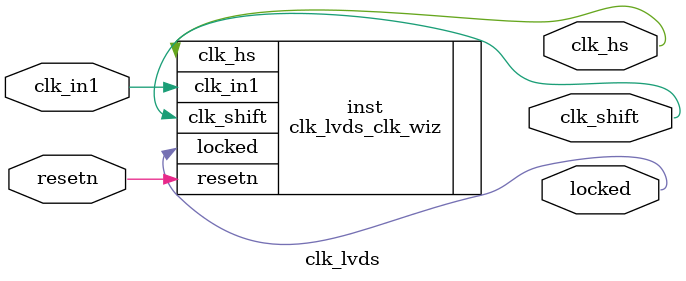
<source format=v>


`timescale 1ps/1ps

(* CORE_GENERATION_INFO = "clk_lvds,clk_wiz_v6_0_1_0_0,{component_name=clk_lvds,use_phase_alignment=true,use_min_o_jitter=false,use_max_i_jitter=false,use_dyn_phase_shift=false,use_inclk_switchover=false,use_dyn_reconfig=false,enable_axi=0,feedback_source=FDBK_AUTO,PRIMITIVE=MMCM,num_out_clk=2,clkin1_period=20.000,clkin2_period=10.0,use_power_down=false,use_reset=true,use_locked=true,use_inclk_stopped=false,feedback_type=SINGLE,CLOCK_MGR_TYPE=NA,manual_override=false}" *)

module clk_lvds 
 (
  // Clock out ports
  output        clk_shift,
  output        clk_hs,
  // Status and control signals
  input         resetn,
  output        locked,
 // Clock in ports
  input         clk_in1
 );

  clk_lvds_clk_wiz inst
  (
  // Clock out ports  
  .clk_shift(clk_shift),
  .clk_hs(clk_hs),
  // Status and control signals               
  .resetn(resetn), 
  .locked(locked),
 // Clock in ports
  .clk_in1(clk_in1)
  );

endmodule

</source>
